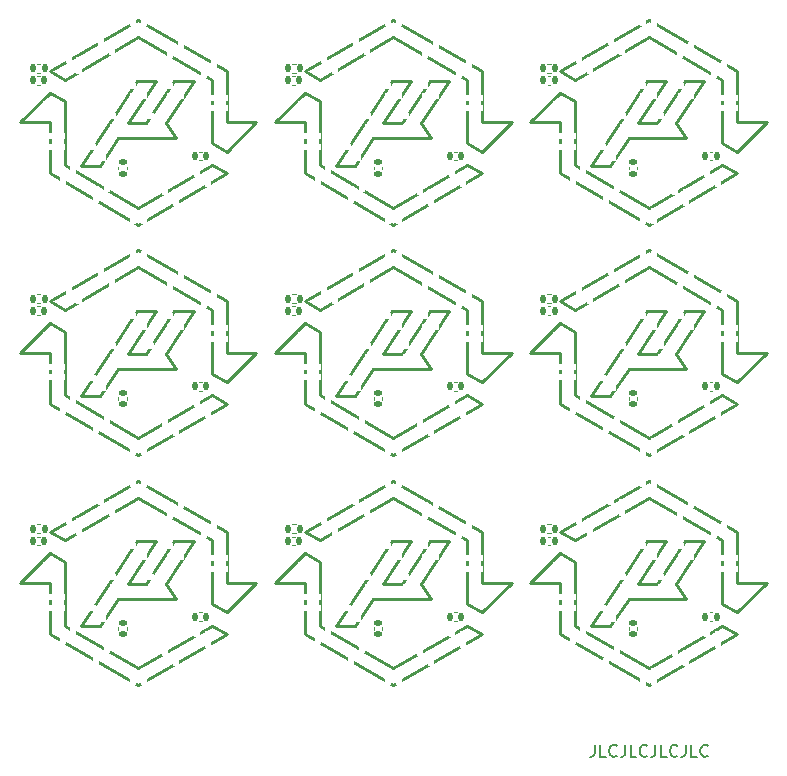
<source format=gbr>
%TF.GenerationSoftware,KiCad,Pcbnew,8.0.4*%
%TF.CreationDate,2024-10-17T13:06:50+11:00*%
%TF.ProjectId,panel,70616e65-6c2e-46b6-9963-61645f706362,rev?*%
%TF.SameCoordinates,Original*%
%TF.FileFunction,Legend,Top*%
%TF.FilePolarity,Positive*%
%FSLAX46Y46*%
G04 Gerber Fmt 4.6, Leading zero omitted, Abs format (unit mm)*
G04 Created by KiCad (PCBNEW 8.0.4) date 2024-10-17 13:06:50*
%MOMM*%
%LPD*%
G01*
G04 APERTURE LIST*
G04 Aperture macros list*
%AMRoundRect*
0 Rectangle with rounded corners*
0 $1 Rounding radius*
0 $2 $3 $4 $5 $6 $7 $8 $9 X,Y pos of 4 corners*
0 Add a 4 corners polygon primitive as box body*
4,1,4,$2,$3,$4,$5,$6,$7,$8,$9,$2,$3,0*
0 Add four circle primitives for the rounded corners*
1,1,$1+$1,$2,$3*
1,1,$1+$1,$4,$5*
1,1,$1+$1,$6,$7*
1,1,$1+$1,$8,$9*
0 Add four rect primitives between the rounded corners*
20,1,$1+$1,$2,$3,$4,$5,0*
20,1,$1+$1,$4,$5,$6,$7,0*
20,1,$1+$1,$6,$7,$8,$9,0*
20,1,$1+$1,$8,$9,$2,$3,0*%
G04 Aperture macros list end*
%ADD10C,0.250000*%
%ADD11C,0.150000*%
%ADD12C,0.120000*%
%ADD13R,0.500000X0.500000*%
%ADD14RoundRect,0.140000X-0.140000X-0.170000X0.140000X-0.170000X0.140000X0.170000X-0.140000X0.170000X0*%
%ADD15C,2.000000*%
%ADD16C,1.152000*%
%ADD17RoundRect,0.140000X0.170000X-0.140000X0.170000X0.140000X-0.170000X0.140000X-0.170000X-0.140000X0*%
%ADD18RoundRect,0.135000X0.135000X0.185000X-0.135000X0.185000X-0.135000X-0.185000X0.135000X-0.185000X0*%
G04 APERTURE END LIST*
D10*
X56140626Y-20432038D02*
X57770127Y-20432039D01*
X33150000Y-13141561D02*
X31900000Y-12419873D01*
X71000000Y-16750000D02*
X68500000Y-19250000D01*
X54750000Y-20358439D02*
X61000000Y-23966878D01*
X44133143Y-32731961D02*
X42460106Y-32731961D01*
X34540626Y-39932038D02*
X36170127Y-39932039D01*
X53500000Y-33750000D02*
X54750000Y-34471688D01*
X31900000Y-51419873D02*
X39400000Y-47089746D01*
X25300000Y-60080127D02*
X17800000Y-64410254D01*
X24050000Y-32641561D02*
X17800000Y-29033122D01*
X46900000Y-16750000D02*
X49400000Y-16750000D01*
X10300000Y-16750000D02*
X7800000Y-16750000D01*
X54750000Y-53971688D02*
X54750000Y-59358439D01*
X60140098Y-55832005D02*
X62510049Y-52231961D01*
X12940626Y-59432038D02*
X14570127Y-59432039D01*
X61000000Y-8089746D02*
X68500000Y-12419873D01*
X53500000Y-55750000D02*
X51000000Y-55750000D01*
X7800000Y-36250000D02*
X10300000Y-33750000D01*
X53500000Y-12419873D02*
X61000000Y-8089746D01*
X53500000Y-53250000D02*
X54750000Y-53971688D01*
X54750000Y-34471688D02*
X54750000Y-39858439D01*
X20163221Y-36332005D02*
X22533143Y-32731961D01*
X45650000Y-32641561D02*
X39400000Y-29033122D01*
X56140626Y-39932038D02*
X57770127Y-39932039D01*
X11550000Y-20358439D02*
X17800000Y-23966878D01*
X42460106Y-52231961D02*
X40090086Y-55832005D01*
X17800000Y-8089746D02*
X25300000Y-12419873D01*
X57770127Y-39932039D02*
X59303560Y-37602726D01*
X20163221Y-55832005D02*
X22533143Y-52231961D01*
X17800000Y-62966878D02*
X24050000Y-59358439D01*
X45650000Y-13141561D02*
X39400000Y-9533122D01*
X10300000Y-33750000D02*
X11550000Y-34471688D01*
X46900000Y-60080127D02*
X39400000Y-64410254D01*
X24050000Y-20358439D02*
X25300000Y-21080127D01*
X42460106Y-32731961D02*
X40090086Y-36332005D01*
X17800000Y-29033122D02*
X11550000Y-32641561D01*
X11550000Y-52141561D02*
X10300000Y-51419873D01*
X54750000Y-52141561D02*
X53500000Y-51419873D01*
X16940098Y-55832005D02*
X19310049Y-52231961D01*
X44133143Y-13231961D02*
X42460106Y-13231961D01*
X59303560Y-57102726D02*
X64174315Y-57102726D01*
X17800000Y-43466878D02*
X24050000Y-39858439D01*
X40910049Y-52231961D02*
X39280568Y-52231961D01*
X67250000Y-20358439D02*
X68500000Y-21080127D01*
X41763221Y-16832005D02*
X44133143Y-13231961D01*
X54750000Y-59358439D02*
X61000000Y-62966878D01*
X65733143Y-52231961D02*
X64060106Y-52231961D01*
X37703560Y-18102726D02*
X42574315Y-18102726D01*
X64174315Y-18102726D02*
X63363221Y-16832005D01*
X31900000Y-60080127D02*
X31900000Y-55750000D01*
X25300000Y-40580127D02*
X17800000Y-44910254D01*
X20974315Y-37602726D02*
X20163221Y-36332005D01*
X39400000Y-8089746D02*
X46900000Y-12419873D01*
X33150000Y-59358439D02*
X39400000Y-62966878D01*
X10300000Y-40580127D02*
X10300000Y-36250000D01*
X18490086Y-55832005D02*
X16940098Y-55832005D01*
X67250000Y-18528312D02*
X67250000Y-13141561D01*
X68500000Y-21080127D02*
X61000000Y-25410254D01*
X59303560Y-37602726D02*
X64174315Y-37602726D01*
X65733143Y-32731961D02*
X64060106Y-32731961D01*
X24050000Y-38028312D02*
X24050000Y-32641561D01*
X46900000Y-58250000D02*
X45650000Y-57528312D01*
X10300000Y-31919873D02*
X17800000Y-27589746D01*
X11550000Y-53971688D02*
X11550000Y-59358439D01*
X12940626Y-39932038D02*
X14570127Y-39932039D01*
X40090086Y-16832005D02*
X38540098Y-16832005D01*
X39280568Y-13231961D02*
X34540626Y-20432038D01*
X24050000Y-57528312D02*
X24050000Y-52141561D01*
X20860106Y-32731961D02*
X18490086Y-36332005D01*
X53500000Y-40580127D02*
X53500000Y-36250000D01*
X17800000Y-9533122D02*
X11550000Y-13141561D01*
X33150000Y-52141561D02*
X31900000Y-51419873D01*
X45650000Y-20358439D02*
X46900000Y-21080127D01*
X62510049Y-52231961D02*
X60880568Y-52231961D01*
X22533143Y-13231961D02*
X20860106Y-13231961D01*
X42574315Y-37602726D02*
X41763221Y-36332005D01*
X46900000Y-31919873D02*
X46900000Y-36250000D01*
X51000000Y-36250000D02*
X53500000Y-33750000D01*
X46900000Y-51419873D02*
X46900000Y-55750000D01*
X61000000Y-9533122D02*
X54750000Y-13141561D01*
X11550000Y-14971688D02*
X11550000Y-20358439D01*
X39280568Y-52231961D02*
X34540626Y-59432038D01*
X36170127Y-20432039D02*
X37703560Y-18102726D01*
X61000000Y-27589746D02*
X68500000Y-31919873D01*
X49400000Y-16750000D02*
X46900000Y-19250000D01*
X68500000Y-36250000D02*
X71000000Y-36250000D01*
X53500000Y-14250000D02*
X54750000Y-14971688D01*
X38540098Y-36332005D02*
X40910049Y-32731961D01*
X10300000Y-14250000D02*
X11550000Y-14971688D01*
X57770127Y-59432039D02*
X59303560Y-57102726D01*
X25300000Y-19250000D02*
X24050000Y-18528312D01*
X25300000Y-55750000D02*
X27800000Y-55750000D01*
X68500000Y-12419873D02*
X68500000Y-16750000D01*
X31900000Y-40580127D02*
X31900000Y-36250000D01*
X16103560Y-37602726D02*
X20974315Y-37602726D01*
X29400000Y-55750000D02*
X31900000Y-53250000D01*
X45650000Y-57528312D02*
X45650000Y-52141561D01*
X60880568Y-32731961D02*
X56140626Y-39932038D01*
X10300000Y-55750000D02*
X7800000Y-55750000D01*
X39400000Y-47089746D02*
X46900000Y-51419873D01*
X7800000Y-55750000D02*
X10300000Y-53250000D01*
X54750000Y-39858439D02*
X61000000Y-43466878D01*
X25300000Y-12419873D02*
X25300000Y-16750000D01*
X46900000Y-40580127D02*
X39400000Y-44910254D01*
X54750000Y-14971688D02*
X54750000Y-20358439D01*
X46900000Y-38750000D02*
X45650000Y-38028312D01*
X68500000Y-16750000D02*
X71000000Y-16750000D01*
X53500000Y-36250000D02*
X51000000Y-36250000D01*
X63363221Y-16832005D02*
X65733143Y-13231961D01*
X41763221Y-55832005D02*
X44133143Y-52231961D01*
X60880568Y-52231961D02*
X56140626Y-59432038D01*
X53500000Y-16750000D02*
X51000000Y-16750000D01*
X33150000Y-34471688D02*
X33150000Y-39858439D01*
X10300000Y-60080127D02*
X10300000Y-55750000D01*
X25300000Y-58250000D02*
X24050000Y-57528312D01*
X67250000Y-13141561D02*
X61000000Y-9533122D01*
X17680568Y-13231961D02*
X12940626Y-20432038D01*
X36170127Y-59432039D02*
X37703560Y-57102726D01*
X40910049Y-32731961D02*
X39280568Y-32731961D01*
X7800000Y-16750000D02*
X10300000Y-14250000D01*
X39400000Y-27589746D02*
X46900000Y-31919873D01*
X24050000Y-39858439D02*
X25300000Y-40580127D01*
X68500000Y-40580127D02*
X61000000Y-44910254D01*
X17800000Y-25410254D02*
X10300000Y-21080127D01*
X29400000Y-36250000D02*
X31900000Y-33750000D01*
X46900000Y-19250000D02*
X45650000Y-18528312D01*
X46900000Y-55750000D02*
X49400000Y-55750000D01*
X49400000Y-36250000D02*
X46900000Y-38750000D01*
X39400000Y-44910254D02*
X31900000Y-40580127D01*
X14570127Y-39932039D02*
X16103560Y-37602726D01*
X54750000Y-13141561D02*
X53500000Y-12419873D01*
X61000000Y-25410254D02*
X53500000Y-21080127D01*
X37703560Y-37602726D02*
X42574315Y-37602726D01*
X53500000Y-60080127D02*
X53500000Y-55750000D01*
X25300000Y-36250000D02*
X27800000Y-36250000D01*
X64174315Y-37602726D02*
X63363221Y-36332005D01*
X17800000Y-47089746D02*
X25300000Y-51419873D01*
X42460106Y-13231961D02*
X40090086Y-16832005D01*
X40090086Y-55832005D02*
X38540098Y-55832005D01*
X34540626Y-59432038D02*
X36170127Y-59432039D01*
X39400000Y-29033122D02*
X33150000Y-32641561D01*
X11550000Y-59358439D02*
X17800000Y-62966878D01*
X24050000Y-18528312D02*
X24050000Y-13141561D01*
X27800000Y-16750000D02*
X25300000Y-19250000D01*
X42574315Y-18102726D02*
X41763221Y-16832005D01*
X39400000Y-43466878D02*
X45650000Y-39858439D01*
X63363221Y-55832005D02*
X65733143Y-52231961D01*
X11550000Y-13141561D02*
X10300000Y-12419873D01*
X39400000Y-9533122D02*
X33150000Y-13141561D01*
X17680568Y-32731961D02*
X12940626Y-39932038D01*
X31900000Y-21080127D02*
X31900000Y-16750000D01*
X20860106Y-52231961D02*
X18490086Y-55832005D01*
X41763221Y-36332005D02*
X44133143Y-32731961D01*
X64060106Y-32731961D02*
X61690086Y-36332005D01*
X17800000Y-44910254D02*
X10300000Y-40580127D01*
X68500000Y-38750000D02*
X67250000Y-38028312D01*
X20163221Y-16832005D02*
X22533143Y-13231961D01*
X19310049Y-32731961D02*
X17680568Y-32731961D01*
X46900000Y-12419873D02*
X46900000Y-16750000D01*
X20974315Y-18102726D02*
X20163221Y-16832005D01*
X67250000Y-57528312D02*
X67250000Y-52141561D01*
X36170127Y-39932039D02*
X37703560Y-37602726D01*
X33150000Y-53971688D02*
X33150000Y-59358439D01*
X22533143Y-52231961D02*
X20860106Y-52231961D01*
X42574315Y-57102726D02*
X41763221Y-55832005D01*
X61000000Y-23966878D02*
X67250000Y-20358439D01*
X14570127Y-20432039D02*
X16103560Y-18102726D01*
X65733143Y-13231961D02*
X64060106Y-13231961D01*
X37703560Y-57102726D02*
X42574315Y-57102726D01*
X61690086Y-36332005D02*
X60140098Y-36332005D01*
X16103560Y-18102726D02*
X20974315Y-18102726D01*
X39400000Y-48533122D02*
X33150000Y-52141561D01*
X20974315Y-57102726D02*
X20163221Y-55832005D01*
X63363221Y-36332005D02*
X65733143Y-32731961D01*
X24050000Y-13141561D02*
X17800000Y-9533122D01*
X17800000Y-64410254D02*
X10300000Y-60080127D01*
X45650000Y-59358439D02*
X46900000Y-60080127D01*
X45650000Y-18528312D02*
X45650000Y-13141561D01*
X67250000Y-39858439D02*
X68500000Y-40580127D01*
X25300000Y-31919873D02*
X25300000Y-36250000D01*
X27800000Y-36250000D02*
X25300000Y-38750000D01*
X61690086Y-55832005D02*
X60140098Y-55832005D01*
X33150000Y-39858439D02*
X39400000Y-43466878D01*
X46900000Y-36250000D02*
X49400000Y-36250000D01*
X45650000Y-52141561D02*
X39400000Y-48533122D01*
X19310049Y-13231961D02*
X17680568Y-13231961D01*
X39400000Y-62966878D02*
X45650000Y-59358439D01*
X11550000Y-32641561D02*
X10300000Y-31919873D01*
X24050000Y-52141561D02*
X17800000Y-48533122D01*
X62510049Y-32731961D02*
X60880568Y-32731961D01*
X49400000Y-55750000D02*
X46900000Y-58250000D01*
X31900000Y-16750000D02*
X29400000Y-16750000D01*
X31900000Y-14250000D02*
X33150000Y-14971688D01*
X61000000Y-62966878D02*
X67250000Y-59358439D01*
X64060106Y-52231961D02*
X61690086Y-55832005D01*
X11550000Y-34471688D02*
X11550000Y-39858439D01*
X39280568Y-32731961D02*
X34540626Y-39932038D01*
X71000000Y-55750000D02*
X68500000Y-58250000D01*
X64174315Y-57102726D02*
X63363221Y-55832005D01*
X33150000Y-32641561D02*
X31900000Y-31919873D01*
X53500000Y-31919873D02*
X61000000Y-27589746D01*
X39400000Y-25410254D02*
X31900000Y-21080127D01*
X61000000Y-47089746D02*
X68500000Y-51419873D01*
X51000000Y-16750000D02*
X53500000Y-14250000D01*
X11550000Y-39858439D02*
X17800000Y-43466878D01*
X64060106Y-13231961D02*
X61690086Y-16832005D01*
X71000000Y-36250000D02*
X68500000Y-38750000D01*
X31900000Y-33750000D02*
X33150000Y-34471688D01*
X59303560Y-18102726D02*
X64174315Y-18102726D01*
X19310049Y-52231961D02*
X17680568Y-52231961D01*
X40090086Y-36332005D02*
X38540098Y-36332005D01*
X12940626Y-20432038D02*
X14570127Y-20432039D01*
X18490086Y-16832005D02*
X16940098Y-16832005D01*
X56140626Y-59432038D02*
X57770127Y-59432039D01*
X61690086Y-16832005D02*
X60140098Y-16832005D01*
X25300000Y-38750000D02*
X24050000Y-38028312D01*
X40910049Y-13231961D02*
X39280568Y-13231961D01*
X67250000Y-59358439D02*
X68500000Y-60080127D01*
X16940098Y-16832005D02*
X19310049Y-13231961D01*
X68500000Y-60080127D02*
X61000000Y-64410254D01*
X38540098Y-55832005D02*
X40910049Y-52231961D01*
X45650000Y-38028312D02*
X45650000Y-32641561D01*
X53500000Y-51419873D02*
X61000000Y-47089746D01*
X31900000Y-53250000D02*
X33150000Y-53971688D01*
X10300000Y-21080127D02*
X10300000Y-16750000D01*
X61000000Y-44910254D02*
X53500000Y-40580127D01*
X54750000Y-32641561D02*
X53500000Y-31919873D01*
X67250000Y-52141561D02*
X61000000Y-48533122D01*
X16940098Y-36332005D02*
X19310049Y-32731961D01*
X53500000Y-21080127D02*
X53500000Y-16750000D01*
X33150000Y-20358439D02*
X39400000Y-23966878D01*
X25300000Y-21080127D02*
X17800000Y-25410254D01*
X39400000Y-64410254D02*
X31900000Y-60080127D01*
X61000000Y-29033122D02*
X54750000Y-32641561D01*
X68500000Y-51419873D02*
X68500000Y-55750000D01*
X29400000Y-16750000D02*
X31900000Y-14250000D01*
X61000000Y-43466878D02*
X67250000Y-39858439D01*
X51000000Y-55750000D02*
X53500000Y-53250000D01*
X31900000Y-36250000D02*
X29400000Y-36250000D01*
X10300000Y-53250000D02*
X11550000Y-53971688D01*
X14570127Y-59432039D02*
X16103560Y-57102726D01*
X10300000Y-12419873D02*
X17800000Y-8089746D01*
X38540098Y-16832005D02*
X40910049Y-13231961D01*
X25300000Y-16750000D02*
X27800000Y-16750000D01*
X67250000Y-32641561D02*
X61000000Y-29033122D01*
X17800000Y-27589746D02*
X25300000Y-31919873D01*
X18490086Y-36332005D02*
X16940098Y-36332005D01*
X33150000Y-14971688D02*
X33150000Y-20358439D01*
X17800000Y-23966878D02*
X24050000Y-20358439D01*
X31900000Y-12419873D02*
X39400000Y-8089746D01*
X61000000Y-48533122D02*
X54750000Y-52141561D01*
X46900000Y-21080127D02*
X39400000Y-25410254D01*
X22533143Y-32731961D02*
X20860106Y-32731961D01*
X68500000Y-19250000D02*
X67250000Y-18528312D01*
X34540626Y-20432038D02*
X36170127Y-20432039D01*
X27800000Y-55750000D02*
X25300000Y-58250000D01*
X68500000Y-55750000D02*
X71000000Y-55750000D01*
X24050000Y-59358439D02*
X25300000Y-60080127D01*
X60140098Y-16832005D02*
X62510049Y-13231961D01*
X31900000Y-31919873D02*
X39400000Y-27589746D01*
X10300000Y-36250000D02*
X7800000Y-36250000D01*
X16103560Y-57102726D02*
X20974315Y-57102726D01*
X17680568Y-52231961D02*
X12940626Y-59432038D01*
X17800000Y-48533122D02*
X11550000Y-52141561D01*
X57770127Y-20432039D02*
X59303560Y-18102726D01*
X62510049Y-13231961D02*
X60880568Y-13231961D01*
X31900000Y-55750000D02*
X29400000Y-55750000D01*
X60880568Y-13231961D02*
X56140626Y-20432038D01*
X68500000Y-31919873D02*
X68500000Y-36250000D01*
X25300000Y-51419873D02*
X25300000Y-55750000D01*
X67250000Y-38028312D02*
X67250000Y-32641561D01*
X20860106Y-13231961D02*
X18490086Y-16832005D01*
X61000000Y-64410254D02*
X53500000Y-60080127D01*
X68500000Y-58250000D02*
X67250000Y-57528312D01*
X60140098Y-36332005D02*
X62510049Y-32731961D01*
X10300000Y-51419873D02*
X17800000Y-47089746D01*
X45650000Y-39858439D02*
X46900000Y-40580127D01*
X39400000Y-23966878D02*
X45650000Y-20358439D01*
X44133143Y-52231961D02*
X42460106Y-52231961D01*
D11*
X56439409Y-69454819D02*
X56439409Y-70169104D01*
X56439409Y-70169104D02*
X56391790Y-70311961D01*
X56391790Y-70311961D02*
X56296552Y-70407200D01*
X56296552Y-70407200D02*
X56153695Y-70454819D01*
X56153695Y-70454819D02*
X56058457Y-70454819D01*
X57391790Y-70454819D02*
X56915600Y-70454819D01*
X56915600Y-70454819D02*
X56915600Y-69454819D01*
X58296552Y-70359580D02*
X58248933Y-70407200D01*
X58248933Y-70407200D02*
X58106076Y-70454819D01*
X58106076Y-70454819D02*
X58010838Y-70454819D01*
X58010838Y-70454819D02*
X57867981Y-70407200D01*
X57867981Y-70407200D02*
X57772743Y-70311961D01*
X57772743Y-70311961D02*
X57725124Y-70216723D01*
X57725124Y-70216723D02*
X57677505Y-70026247D01*
X57677505Y-70026247D02*
X57677505Y-69883390D01*
X57677505Y-69883390D02*
X57725124Y-69692914D01*
X57725124Y-69692914D02*
X57772743Y-69597676D01*
X57772743Y-69597676D02*
X57867981Y-69502438D01*
X57867981Y-69502438D02*
X58010838Y-69454819D01*
X58010838Y-69454819D02*
X58106076Y-69454819D01*
X58106076Y-69454819D02*
X58248933Y-69502438D01*
X58248933Y-69502438D02*
X58296552Y-69550057D01*
X59010838Y-69454819D02*
X59010838Y-70169104D01*
X59010838Y-70169104D02*
X58963219Y-70311961D01*
X58963219Y-70311961D02*
X58867981Y-70407200D01*
X58867981Y-70407200D02*
X58725124Y-70454819D01*
X58725124Y-70454819D02*
X58629886Y-70454819D01*
X59963219Y-70454819D02*
X59487029Y-70454819D01*
X59487029Y-70454819D02*
X59487029Y-69454819D01*
X60867981Y-70359580D02*
X60820362Y-70407200D01*
X60820362Y-70407200D02*
X60677505Y-70454819D01*
X60677505Y-70454819D02*
X60582267Y-70454819D01*
X60582267Y-70454819D02*
X60439410Y-70407200D01*
X60439410Y-70407200D02*
X60344172Y-70311961D01*
X60344172Y-70311961D02*
X60296553Y-70216723D01*
X60296553Y-70216723D02*
X60248934Y-70026247D01*
X60248934Y-70026247D02*
X60248934Y-69883390D01*
X60248934Y-69883390D02*
X60296553Y-69692914D01*
X60296553Y-69692914D02*
X60344172Y-69597676D01*
X60344172Y-69597676D02*
X60439410Y-69502438D01*
X60439410Y-69502438D02*
X60582267Y-69454819D01*
X60582267Y-69454819D02*
X60677505Y-69454819D01*
X60677505Y-69454819D02*
X60820362Y-69502438D01*
X60820362Y-69502438D02*
X60867981Y-69550057D01*
X61582267Y-69454819D02*
X61582267Y-70169104D01*
X61582267Y-70169104D02*
X61534648Y-70311961D01*
X61534648Y-70311961D02*
X61439410Y-70407200D01*
X61439410Y-70407200D02*
X61296553Y-70454819D01*
X61296553Y-70454819D02*
X61201315Y-70454819D01*
X62534648Y-70454819D02*
X62058458Y-70454819D01*
X62058458Y-70454819D02*
X62058458Y-69454819D01*
X63439410Y-70359580D02*
X63391791Y-70407200D01*
X63391791Y-70407200D02*
X63248934Y-70454819D01*
X63248934Y-70454819D02*
X63153696Y-70454819D01*
X63153696Y-70454819D02*
X63010839Y-70407200D01*
X63010839Y-70407200D02*
X62915601Y-70311961D01*
X62915601Y-70311961D02*
X62867982Y-70216723D01*
X62867982Y-70216723D02*
X62820363Y-70026247D01*
X62820363Y-70026247D02*
X62820363Y-69883390D01*
X62820363Y-69883390D02*
X62867982Y-69692914D01*
X62867982Y-69692914D02*
X62915601Y-69597676D01*
X62915601Y-69597676D02*
X63010839Y-69502438D01*
X63010839Y-69502438D02*
X63153696Y-69454819D01*
X63153696Y-69454819D02*
X63248934Y-69454819D01*
X63248934Y-69454819D02*
X63391791Y-69502438D01*
X63391791Y-69502438D02*
X63439410Y-69550057D01*
X64153696Y-69454819D02*
X64153696Y-70169104D01*
X64153696Y-70169104D02*
X64106077Y-70311961D01*
X64106077Y-70311961D02*
X64010839Y-70407200D01*
X64010839Y-70407200D02*
X63867982Y-70454819D01*
X63867982Y-70454819D02*
X63772744Y-70454819D01*
X65106077Y-70454819D02*
X64629887Y-70454819D01*
X64629887Y-70454819D02*
X64629887Y-69454819D01*
X66010839Y-70359580D02*
X65963220Y-70407200D01*
X65963220Y-70407200D02*
X65820363Y-70454819D01*
X65820363Y-70454819D02*
X65725125Y-70454819D01*
X65725125Y-70454819D02*
X65582268Y-70407200D01*
X65582268Y-70407200D02*
X65487030Y-70311961D01*
X65487030Y-70311961D02*
X65439411Y-70216723D01*
X65439411Y-70216723D02*
X65391792Y-70026247D01*
X65391792Y-70026247D02*
X65391792Y-69883390D01*
X65391792Y-69883390D02*
X65439411Y-69692914D01*
X65439411Y-69692914D02*
X65487030Y-69597676D01*
X65487030Y-69597676D02*
X65582268Y-69502438D01*
X65582268Y-69502438D02*
X65725125Y-69454819D01*
X65725125Y-69454819D02*
X65820363Y-69454819D01*
X65820363Y-69454819D02*
X65963220Y-69502438D01*
X65963220Y-69502438D02*
X66010839Y-69550057D01*
D12*
%TO.C,C2*%
X22968164Y-58242000D02*
X23183836Y-58242000D01*
X22968164Y-58962000D02*
X23183836Y-58962000D01*
%TO.C,C1*%
X9252164Y-12834000D02*
X9467836Y-12834000D01*
X9252164Y-13554000D02*
X9467836Y-13554000D01*
X30852164Y-51834000D02*
X31067836Y-51834000D01*
X30852164Y-52554000D02*
X31067836Y-52554000D01*
%TO.C,C3*%
X59312000Y-59725836D02*
X59312000Y-59510164D01*
X60032000Y-59725836D02*
X60032000Y-59510164D01*
%TO.C,C1*%
X52452164Y-12834000D02*
X52667836Y-12834000D01*
X52452164Y-13554000D02*
X52667836Y-13554000D01*
%TO.C,R1*%
X52713641Y-11798000D02*
X52406359Y-11798000D01*
X52713641Y-12558000D02*
X52406359Y-12558000D01*
X9513641Y-50798000D02*
X9206359Y-50798000D01*
X9513641Y-51558000D02*
X9206359Y-51558000D01*
X9513641Y-11798000D02*
X9206359Y-11798000D01*
X9513641Y-12558000D02*
X9206359Y-12558000D01*
%TO.C,C3*%
X16112000Y-20725836D02*
X16112000Y-20510164D01*
X16832000Y-20725836D02*
X16832000Y-20510164D01*
%TO.C,R1*%
X31113641Y-50798000D02*
X30806359Y-50798000D01*
X31113641Y-51558000D02*
X30806359Y-51558000D01*
%TO.C,C2*%
X44568164Y-38742000D02*
X44783836Y-38742000D01*
X44568164Y-39462000D02*
X44783836Y-39462000D01*
%TO.C,R1*%
X52713641Y-31298000D02*
X52406359Y-31298000D01*
X52713641Y-32058000D02*
X52406359Y-32058000D01*
%TO.C,C1*%
X30852164Y-12834000D02*
X31067836Y-12834000D01*
X30852164Y-13554000D02*
X31067836Y-13554000D01*
%TO.C,C3*%
X37712000Y-40225836D02*
X37712000Y-40010164D01*
X38432000Y-40225836D02*
X38432000Y-40010164D01*
X16112000Y-59725836D02*
X16112000Y-59510164D01*
X16832000Y-59725836D02*
X16832000Y-59510164D01*
X37712000Y-20725836D02*
X37712000Y-20510164D01*
X38432000Y-20725836D02*
X38432000Y-20510164D01*
%TO.C,C1*%
X30852164Y-32334000D02*
X31067836Y-32334000D01*
X30852164Y-33054000D02*
X31067836Y-33054000D01*
%TO.C,R1*%
X52713641Y-50798000D02*
X52406359Y-50798000D01*
X52713641Y-51558000D02*
X52406359Y-51558000D01*
%TO.C,C1*%
X9252164Y-32334000D02*
X9467836Y-32334000D01*
X9252164Y-33054000D02*
X9467836Y-33054000D01*
X52452164Y-51834000D02*
X52667836Y-51834000D01*
X52452164Y-52554000D02*
X52667836Y-52554000D01*
%TO.C,C3*%
X59312000Y-40225836D02*
X59312000Y-40010164D01*
X60032000Y-40225836D02*
X60032000Y-40010164D01*
%TO.C,C1*%
X52452164Y-32334000D02*
X52667836Y-32334000D01*
X52452164Y-33054000D02*
X52667836Y-33054000D01*
%TO.C,R1*%
X31113641Y-11798000D02*
X30806359Y-11798000D01*
X31113641Y-12558000D02*
X30806359Y-12558000D01*
%TO.C,C3*%
X16112000Y-40225836D02*
X16112000Y-40010164D01*
X16832000Y-40225836D02*
X16832000Y-40010164D01*
%TO.C,R1*%
X31113641Y-31298000D02*
X30806359Y-31298000D01*
X31113641Y-32058000D02*
X30806359Y-32058000D01*
%TO.C,C3*%
X37712000Y-59725836D02*
X37712000Y-59510164D01*
X38432000Y-59725836D02*
X38432000Y-59510164D01*
%TO.C,C1*%
X9252164Y-51834000D02*
X9467836Y-51834000D01*
X9252164Y-52554000D02*
X9467836Y-52554000D01*
%TO.C,C2*%
X22968164Y-19242000D02*
X23183836Y-19242000D01*
X22968164Y-19962000D02*
X23183836Y-19962000D01*
X44568164Y-58242000D02*
X44783836Y-58242000D01*
X44568164Y-58962000D02*
X44783836Y-58962000D01*
%TO.C,C3*%
X59312000Y-20725836D02*
X59312000Y-20510164D01*
X60032000Y-20725836D02*
X60032000Y-20510164D01*
%TO.C,R1*%
X9513641Y-31298000D02*
X9206359Y-31298000D01*
X9513641Y-32058000D02*
X9206359Y-32058000D01*
%TO.C,C2*%
X22968164Y-38742000D02*
X23183836Y-38742000D01*
X22968164Y-39462000D02*
X23183836Y-39462000D01*
X66168164Y-19242000D02*
X66383836Y-19242000D01*
X66168164Y-19962000D02*
X66383836Y-19962000D01*
X66168164Y-38742000D02*
X66383836Y-38742000D01*
X66168164Y-39462000D02*
X66383836Y-39462000D01*
X44568164Y-19242000D02*
X44783836Y-19242000D01*
X44568164Y-19962000D02*
X44783836Y-19962000D01*
X66168164Y-58242000D02*
X66383836Y-58242000D01*
X66168164Y-58962000D02*
X66383836Y-58962000D01*
%TD*%
%LPC*%
D13*
%TO.C,D11*%
X58325000Y-42834347D03*
X58325000Y-41934347D03*
X57425000Y-41934347D03*
X57425000Y-42834347D03*
%TD*%
%TO.C,D2*%
X14631250Y-29431105D03*
X14631250Y-30331105D03*
X15531250Y-30331105D03*
X15531250Y-29431105D03*
%TD*%
%TO.C,D14*%
X32443750Y-16130422D03*
X32443750Y-15230422D03*
X31543750Y-15230422D03*
X31543750Y-16130422D03*
%TD*%
D14*
%TO.C,C2*%
X22596000Y-58602000D03*
X23556000Y-58602000D03*
%TD*%
D15*
%TO.C,KiKit_FID_T_3*%
X9500000Y-70000000D03*
%TD*%
D13*
%TO.C,D10*%
X18250000Y-25138566D03*
X18250000Y-24238566D03*
X17350000Y-24238566D03*
X17350000Y-25138566D03*
%TD*%
%TO.C,D3*%
X17350000Y-27861434D03*
X17350000Y-28761434D03*
X18250000Y-28761434D03*
X18250000Y-27861434D03*
%TD*%
%TO.C,D8*%
X23687500Y-21999224D03*
X23687500Y-21099224D03*
X22787500Y-21099224D03*
X22787500Y-21999224D03*
%TD*%
%TO.C,D17*%
X62076664Y-17118005D03*
X62976664Y-17118005D03*
X62976664Y-16218005D03*
X62076664Y-16218005D03*
%TD*%
D14*
%TO.C,C1*%
X8880000Y-13194000D03*
X9840000Y-13194000D03*
%TD*%
D13*
%TO.C,D3*%
X38950000Y-47361434D03*
X38950000Y-48261434D03*
X39850000Y-48261434D03*
X39850000Y-47361434D03*
%TD*%
%TO.C,D12*%
X55481250Y-41192507D03*
X55481250Y-40292507D03*
X54581250Y-40292507D03*
X54581250Y-41192507D03*
%TD*%
%TO.C,D13*%
X32975000Y-57830274D03*
X32975000Y-56930274D03*
X32075000Y-56930274D03*
X32075000Y-57830274D03*
%TD*%
%TO.C,D9*%
X42568750Y-62568895D03*
X42568750Y-61668895D03*
X41668750Y-61668895D03*
X41668750Y-62568895D03*
%TD*%
%TO.C,D4*%
X63675000Y-49165653D03*
X63675000Y-50065653D03*
X64575000Y-50065653D03*
X64575000Y-49165653D03*
%TD*%
%TO.C,D16*%
X37275357Y-36618005D03*
X38175357Y-36618005D03*
X38175357Y-35718005D03*
X37275357Y-35718005D03*
%TD*%
D16*
%TO.C,KiKit_TO_2*%
X76300000Y-2500000D03*
%TD*%
%TO.C,KiKit_TO_3*%
X2500000Y-70000000D03*
%TD*%
D13*
%TO.C,D2*%
X57831250Y-29431105D03*
X57831250Y-30331105D03*
X58731250Y-30331105D03*
X58731250Y-29431105D03*
%TD*%
%TO.C,D16*%
X37275357Y-56118005D03*
X38175357Y-56118005D03*
X38175357Y-55218005D03*
X37275357Y-55218005D03*
%TD*%
D14*
%TO.C,C1*%
X30480000Y-52194000D03*
X31440000Y-52194000D03*
%TD*%
D13*
%TO.C,D1*%
X11912500Y-11500776D03*
X11912500Y-12400776D03*
X12812500Y-12400776D03*
X12812500Y-11500776D03*
%TD*%
%TO.C,D6*%
X45825000Y-53669726D03*
X45825000Y-54569726D03*
X46725000Y-54569726D03*
X46725000Y-53669726D03*
%TD*%
%TO.C,D16*%
X15675357Y-36618005D03*
X16575357Y-36618005D03*
X16575357Y-35718005D03*
X15675357Y-35718005D03*
%TD*%
%TO.C,D17*%
X18876664Y-36618005D03*
X19776664Y-36618005D03*
X19776664Y-35718005D03*
X18876664Y-35718005D03*
%TD*%
%TO.C,D15*%
X35527837Y-18872522D03*
X35527837Y-19772522D03*
X36427837Y-19772522D03*
X36427837Y-18872522D03*
%TD*%
%TO.C,D10*%
X61450000Y-25138566D03*
X61450000Y-24238566D03*
X60550000Y-24238566D03*
X60550000Y-25138566D03*
%TD*%
%TO.C,D5*%
X66518750Y-50807493D03*
X66518750Y-51707493D03*
X67418750Y-51707493D03*
X67418750Y-50807493D03*
%TD*%
%TO.C,D19*%
X63711190Y-33151132D03*
X63711190Y-34051132D03*
X64611190Y-34051132D03*
X64611190Y-33151132D03*
%TD*%
%TO.C,D4*%
X42075000Y-49165653D03*
X42075000Y-50065653D03*
X42975000Y-50065653D03*
X42975000Y-49165653D03*
%TD*%
%TO.C,D19*%
X63711190Y-52651132D03*
X63711190Y-53551132D03*
X64611190Y-53551132D03*
X64611190Y-52651132D03*
%TD*%
%TO.C,D18*%
X38965165Y-34051132D03*
X39865165Y-34051132D03*
X39865165Y-33151132D03*
X38965165Y-33151132D03*
%TD*%
%TO.C,D4*%
X20475000Y-10165653D03*
X20475000Y-11065653D03*
X21375000Y-11065653D03*
X21375000Y-10165653D03*
%TD*%
%TO.C,D17*%
X18876664Y-17118005D03*
X19776664Y-17118005D03*
X19776664Y-16218005D03*
X18876664Y-16218005D03*
%TD*%
%TO.C,D17*%
X62076664Y-36618005D03*
X62976664Y-36618005D03*
X62976664Y-35718005D03*
X62076664Y-35718005D03*
%TD*%
%TO.C,D16*%
X37275357Y-17118005D03*
X38175357Y-17118005D03*
X38175357Y-16218005D03*
X37275357Y-16218005D03*
%TD*%
%TO.C,D5*%
X23318750Y-11807493D03*
X23318750Y-12707493D03*
X24218750Y-12707493D03*
X24218750Y-11807493D03*
%TD*%
%TO.C,D1*%
X33512500Y-31000776D03*
X33512500Y-31900776D03*
X34412500Y-31900776D03*
X34412500Y-31000776D03*
%TD*%
%TO.C,D5*%
X44918750Y-50807493D03*
X44918750Y-51707493D03*
X45818750Y-51707493D03*
X45818750Y-50807493D03*
%TD*%
D17*
%TO.C,C3*%
X59672000Y-60098000D03*
X59672000Y-59138000D03*
%TD*%
D13*
%TO.C,D14*%
X10843750Y-55130422D03*
X10843750Y-54230422D03*
X9943750Y-54230422D03*
X9943750Y-55130422D03*
%TD*%
%TO.C,D9*%
X20968750Y-43068895D03*
X20968750Y-42168895D03*
X20068750Y-42168895D03*
X20068750Y-43068895D03*
%TD*%
%TO.C,D14*%
X10843750Y-35630422D03*
X10843750Y-34730422D03*
X9943750Y-34730422D03*
X9943750Y-35630422D03*
%TD*%
D14*
%TO.C,C1*%
X52080000Y-13194000D03*
X53040000Y-13194000D03*
%TD*%
D13*
%TO.C,D18*%
X60565165Y-53551132D03*
X61465165Y-53551132D03*
X61465165Y-52651132D03*
X60565165Y-52651132D03*
%TD*%
%TO.C,D2*%
X36231250Y-48931105D03*
X36231250Y-49831105D03*
X37131250Y-49831105D03*
X37131250Y-48931105D03*
%TD*%
D18*
%TO.C,R1*%
X53070000Y-12178000D03*
X52050000Y-12178000D03*
%TD*%
D13*
%TO.C,D18*%
X60565165Y-14551132D03*
X61465165Y-14551132D03*
X61465165Y-13651132D03*
X60565165Y-13651132D03*
%TD*%
%TO.C,D11*%
X58325000Y-62334347D03*
X58325000Y-61434347D03*
X57425000Y-61434347D03*
X57425000Y-62334347D03*
%TD*%
%TO.C,D15*%
X13927837Y-18872522D03*
X13927837Y-19772522D03*
X14827837Y-19772522D03*
X14827837Y-18872522D03*
%TD*%
%TO.C,D16*%
X58875357Y-36618005D03*
X59775357Y-36618005D03*
X59775357Y-35718005D03*
X58875357Y-35718005D03*
%TD*%
D18*
%TO.C,R1*%
X9870000Y-51178000D03*
X8850000Y-51178000D03*
%TD*%
D13*
%TO.C,D5*%
X66518750Y-11807493D03*
X66518750Y-12707493D03*
X67418750Y-12707493D03*
X67418750Y-11807493D03*
%TD*%
%TO.C,D15*%
X35527837Y-57872522D03*
X35527837Y-58772522D03*
X36427837Y-58772522D03*
X36427837Y-57872522D03*
%TD*%
%TO.C,D13*%
X32975000Y-38330274D03*
X32975000Y-37430274D03*
X32075000Y-37430274D03*
X32075000Y-38330274D03*
%TD*%
%TO.C,D16*%
X58875357Y-17118005D03*
X59775357Y-17118005D03*
X59775357Y-16218005D03*
X58875357Y-16218005D03*
%TD*%
D18*
%TO.C,R1*%
X9870000Y-12178000D03*
X8850000Y-12178000D03*
%TD*%
D13*
%TO.C,D19*%
X63711190Y-13651132D03*
X63711190Y-14551132D03*
X64611190Y-14551132D03*
X64611190Y-13651132D03*
%TD*%
%TO.C,D8*%
X45287500Y-21999224D03*
X45287500Y-21099224D03*
X44387500Y-21099224D03*
X44387500Y-21999224D03*
%TD*%
D17*
%TO.C,C3*%
X16472000Y-21098000D03*
X16472000Y-20138000D03*
%TD*%
D18*
%TO.C,R1*%
X31470000Y-51178000D03*
X30450000Y-51178000D03*
%TD*%
D14*
%TO.C,C2*%
X44196000Y-39102000D03*
X45156000Y-39102000D03*
%TD*%
D13*
%TO.C,D17*%
X62076664Y-56118005D03*
X62976664Y-56118005D03*
X62976664Y-55218005D03*
X62076664Y-55218005D03*
%TD*%
%TO.C,D18*%
X17365165Y-34051132D03*
X18265165Y-34051132D03*
X18265165Y-33151132D03*
X17365165Y-33151132D03*
%TD*%
%TO.C,D11*%
X15125000Y-23334347D03*
X15125000Y-22434347D03*
X14225000Y-22434347D03*
X14225000Y-23334347D03*
%TD*%
%TO.C,D2*%
X36231250Y-29431105D03*
X36231250Y-30331105D03*
X37131250Y-30331105D03*
X37131250Y-29431105D03*
%TD*%
%TO.C,D12*%
X55481250Y-21692507D03*
X55481250Y-20792507D03*
X54581250Y-20792507D03*
X54581250Y-21692507D03*
%TD*%
%TO.C,D6*%
X24225000Y-34169726D03*
X24225000Y-35069726D03*
X25125000Y-35069726D03*
X25125000Y-34169726D03*
%TD*%
%TO.C,D9*%
X64168750Y-43068895D03*
X64168750Y-42168895D03*
X63268750Y-42168895D03*
X63268750Y-43068895D03*
%TD*%
%TO.C,D10*%
X18250000Y-44638566D03*
X18250000Y-43738566D03*
X17350000Y-43738566D03*
X17350000Y-44638566D03*
%TD*%
%TO.C,D13*%
X11375000Y-57830274D03*
X11375000Y-56930274D03*
X10475000Y-56930274D03*
X10475000Y-57830274D03*
%TD*%
%TO.C,D15*%
X57127837Y-38372522D03*
X57127837Y-39272522D03*
X58027837Y-39272522D03*
X58027837Y-38372522D03*
%TD*%
%TO.C,D3*%
X60550000Y-47361434D03*
X60550000Y-48261434D03*
X61450000Y-48261434D03*
X61450000Y-47361434D03*
%TD*%
%TO.C,D6*%
X45825000Y-34169726D03*
X45825000Y-35069726D03*
X46725000Y-35069726D03*
X46725000Y-34169726D03*
%TD*%
%TO.C,D10*%
X61450000Y-64138566D03*
X61450000Y-63238566D03*
X60550000Y-63238566D03*
X60550000Y-64138566D03*
%TD*%
%TO.C,D4*%
X63675000Y-10165653D03*
X63675000Y-11065653D03*
X64575000Y-11065653D03*
X64575000Y-10165653D03*
%TD*%
D18*
%TO.C,R1*%
X53070000Y-31678000D03*
X52050000Y-31678000D03*
%TD*%
D13*
%TO.C,D6*%
X67425000Y-34169726D03*
X67425000Y-35069726D03*
X68325000Y-35069726D03*
X68325000Y-34169726D03*
%TD*%
%TO.C,D13*%
X54575000Y-18830274D03*
X54575000Y-17930274D03*
X53675000Y-17930274D03*
X53675000Y-18830274D03*
%TD*%
%TO.C,D17*%
X40476664Y-36618005D03*
X41376664Y-36618005D03*
X41376664Y-35718005D03*
X40476664Y-35718005D03*
%TD*%
D14*
%TO.C,C1*%
X30480000Y-13194000D03*
X31440000Y-13194000D03*
%TD*%
D13*
%TO.C,D11*%
X36725000Y-62334347D03*
X36725000Y-61434347D03*
X35825000Y-61434347D03*
X35825000Y-62334347D03*
%TD*%
%TO.C,D4*%
X20475000Y-29665653D03*
X20475000Y-30565653D03*
X21375000Y-30565653D03*
X21375000Y-29665653D03*
%TD*%
%TO.C,D10*%
X61450000Y-44638566D03*
X61450000Y-43738566D03*
X60550000Y-43738566D03*
X60550000Y-44638566D03*
%TD*%
%TO.C,D13*%
X54575000Y-57830274D03*
X54575000Y-56930274D03*
X53675000Y-56930274D03*
X53675000Y-57830274D03*
%TD*%
%TO.C,D5*%
X23318750Y-50807493D03*
X23318750Y-51707493D03*
X24218750Y-51707493D03*
X24218750Y-50807493D03*
%TD*%
D16*
%TO.C,KiKit_TO_4*%
X76300000Y-70000000D03*
%TD*%
D13*
%TO.C,D8*%
X66887500Y-21999224D03*
X66887500Y-21099224D03*
X65987500Y-21099224D03*
X65987500Y-21999224D03*
%TD*%
D17*
%TO.C,C3*%
X38072000Y-40598000D03*
X38072000Y-39638000D03*
%TD*%
D13*
%TO.C,D15*%
X35527837Y-38372522D03*
X35527837Y-39272522D03*
X36427837Y-39272522D03*
X36427837Y-38372522D03*
%TD*%
%TO.C,D6*%
X24225000Y-53669726D03*
X24225000Y-54569726D03*
X25125000Y-54569726D03*
X25125000Y-53669726D03*
%TD*%
%TO.C,D12*%
X33881250Y-41192507D03*
X33881250Y-40292507D03*
X32981250Y-40292507D03*
X32981250Y-41192507D03*
%TD*%
%TO.C,D6*%
X45825000Y-14669726D03*
X45825000Y-15569726D03*
X46725000Y-15569726D03*
X46725000Y-14669726D03*
%TD*%
D15*
%TO.C,KiKit_FID_T_1*%
X9500000Y-2500000D03*
%TD*%
D13*
%TO.C,D7*%
X67956250Y-17369578D03*
X67956250Y-18269578D03*
X68856250Y-18269578D03*
X68856250Y-17369578D03*
%TD*%
%TO.C,D13*%
X11375000Y-18830274D03*
X11375000Y-17930274D03*
X10475000Y-17930274D03*
X10475000Y-18830274D03*
%TD*%
D17*
%TO.C,C3*%
X16472000Y-60098000D03*
X16472000Y-59138000D03*
%TD*%
D13*
%TO.C,D13*%
X54575000Y-38330274D03*
X54575000Y-37430274D03*
X53675000Y-37430274D03*
X53675000Y-38330274D03*
%TD*%
%TO.C,D11*%
X36725000Y-42834347D03*
X36725000Y-41934347D03*
X35825000Y-41934347D03*
X35825000Y-42834347D03*
%TD*%
%TO.C,D7*%
X67956250Y-36869578D03*
X67956250Y-37769578D03*
X68856250Y-37769578D03*
X68856250Y-36869578D03*
%TD*%
%TO.C,D10*%
X39850000Y-64138566D03*
X39850000Y-63238566D03*
X38950000Y-63238566D03*
X38950000Y-64138566D03*
%TD*%
%TO.C,D8*%
X45287500Y-60999224D03*
X45287500Y-60099224D03*
X44387500Y-60099224D03*
X44387500Y-60999224D03*
%TD*%
D17*
%TO.C,C3*%
X38072000Y-21098000D03*
X38072000Y-20138000D03*
%TD*%
D14*
%TO.C,C1*%
X30480000Y-32694000D03*
X31440000Y-32694000D03*
%TD*%
D13*
%TO.C,D19*%
X20511190Y-52651132D03*
X20511190Y-53551132D03*
X21411190Y-53551132D03*
X21411190Y-52651132D03*
%TD*%
%TO.C,D5*%
X44918750Y-31307493D03*
X44918750Y-32207493D03*
X45818750Y-32207493D03*
X45818750Y-31307493D03*
%TD*%
%TO.C,D14*%
X32443750Y-55130422D03*
X32443750Y-54230422D03*
X31543750Y-54230422D03*
X31543750Y-55130422D03*
%TD*%
%TO.C,D4*%
X42075000Y-29665653D03*
X42075000Y-30565653D03*
X42975000Y-30565653D03*
X42975000Y-29665653D03*
%TD*%
%TO.C,D11*%
X58325000Y-23334347D03*
X58325000Y-22434347D03*
X57425000Y-22434347D03*
X57425000Y-23334347D03*
%TD*%
D18*
%TO.C,R1*%
X53070000Y-51178000D03*
X52050000Y-51178000D03*
%TD*%
D13*
%TO.C,D3*%
X60550000Y-8361434D03*
X60550000Y-9261434D03*
X61450000Y-9261434D03*
X61450000Y-8361434D03*
%TD*%
%TO.C,D4*%
X20475000Y-49165653D03*
X20475000Y-50065653D03*
X21375000Y-50065653D03*
X21375000Y-49165653D03*
%TD*%
%TO.C,D16*%
X15675357Y-17118005D03*
X16575357Y-17118005D03*
X16575357Y-16218005D03*
X15675357Y-16218005D03*
%TD*%
%TO.C,D8*%
X66887500Y-60999224D03*
X66887500Y-60099224D03*
X65987500Y-60099224D03*
X65987500Y-60999224D03*
%TD*%
%TO.C,D5*%
X66518750Y-31307493D03*
X66518750Y-32207493D03*
X67418750Y-32207493D03*
X67418750Y-31307493D03*
%TD*%
D14*
%TO.C,C1*%
X8880000Y-32694000D03*
X9840000Y-32694000D03*
%TD*%
D13*
%TO.C,D14*%
X54043750Y-35630422D03*
X54043750Y-34730422D03*
X53143750Y-34730422D03*
X53143750Y-35630422D03*
%TD*%
D14*
%TO.C,C1*%
X52080000Y-52194000D03*
X53040000Y-52194000D03*
%TD*%
D13*
%TO.C,D3*%
X17350000Y-8361434D03*
X17350000Y-9261434D03*
X18250000Y-9261434D03*
X18250000Y-8361434D03*
%TD*%
D17*
%TO.C,C3*%
X59672000Y-40598000D03*
X59672000Y-39638000D03*
%TD*%
D13*
%TO.C,D3*%
X17350000Y-47361434D03*
X17350000Y-48261434D03*
X18250000Y-48261434D03*
X18250000Y-47361434D03*
%TD*%
D14*
%TO.C,C1*%
X52080000Y-32694000D03*
X53040000Y-32694000D03*
%TD*%
D13*
%TO.C,D1*%
X33512500Y-11500776D03*
X33512500Y-12400776D03*
X34412500Y-12400776D03*
X34412500Y-11500776D03*
%TD*%
%TO.C,D19*%
X42111190Y-13651132D03*
X42111190Y-14551132D03*
X43011190Y-14551132D03*
X43011190Y-13651132D03*
%TD*%
%TO.C,D15*%
X57127837Y-57872522D03*
X57127837Y-58772522D03*
X58027837Y-58772522D03*
X58027837Y-57872522D03*
%TD*%
%TO.C,D7*%
X24756250Y-17369578D03*
X24756250Y-18269578D03*
X25656250Y-18269578D03*
X25656250Y-17369578D03*
%TD*%
%TO.C,D18*%
X17365165Y-53551132D03*
X18265165Y-53551132D03*
X18265165Y-52651132D03*
X17365165Y-52651132D03*
%TD*%
D18*
%TO.C,R1*%
X31470000Y-12178000D03*
X30450000Y-12178000D03*
%TD*%
D13*
%TO.C,D1*%
X33512500Y-50500776D03*
X33512500Y-51400776D03*
X34412500Y-51400776D03*
X34412500Y-50500776D03*
%TD*%
%TO.C,D12*%
X55481250Y-60692507D03*
X55481250Y-59792507D03*
X54581250Y-59792507D03*
X54581250Y-60692507D03*
%TD*%
%TO.C,D9*%
X42568750Y-43068895D03*
X42568750Y-42168895D03*
X41668750Y-42168895D03*
X41668750Y-43068895D03*
%TD*%
%TO.C,D12*%
X12281250Y-41192507D03*
X12281250Y-40292507D03*
X11381250Y-40292507D03*
X11381250Y-41192507D03*
%TD*%
%TO.C,D15*%
X57127837Y-18872522D03*
X57127837Y-19772522D03*
X58027837Y-19772522D03*
X58027837Y-18872522D03*
%TD*%
%TO.C,D14*%
X54043750Y-16130422D03*
X54043750Y-15230422D03*
X53143750Y-15230422D03*
X53143750Y-16130422D03*
%TD*%
%TO.C,D12*%
X33881250Y-60692507D03*
X33881250Y-59792507D03*
X32981250Y-59792507D03*
X32981250Y-60692507D03*
%TD*%
%TO.C,D11*%
X15125000Y-42834347D03*
X15125000Y-41934347D03*
X14225000Y-41934347D03*
X14225000Y-42834347D03*
%TD*%
%TO.C,D16*%
X15675357Y-56118005D03*
X16575357Y-56118005D03*
X16575357Y-55218005D03*
X15675357Y-55218005D03*
%TD*%
%TO.C,D19*%
X20511190Y-33151132D03*
X20511190Y-34051132D03*
X21411190Y-34051132D03*
X21411190Y-33151132D03*
%TD*%
%TO.C,D9*%
X64168750Y-23568895D03*
X64168750Y-22668895D03*
X63268750Y-22668895D03*
X63268750Y-23568895D03*
%TD*%
%TO.C,D3*%
X60550000Y-27861434D03*
X60550000Y-28761434D03*
X61450000Y-28761434D03*
X61450000Y-27861434D03*
%TD*%
%TO.C,D2*%
X14631250Y-48931105D03*
X14631250Y-49831105D03*
X15531250Y-49831105D03*
X15531250Y-48931105D03*
%TD*%
D17*
%TO.C,C3*%
X16472000Y-40598000D03*
X16472000Y-39638000D03*
%TD*%
D13*
%TO.C,D18*%
X38965165Y-53551132D03*
X39865165Y-53551132D03*
X39865165Y-52651132D03*
X38965165Y-52651132D03*
%TD*%
%TO.C,D2*%
X57831250Y-48931105D03*
X57831250Y-49831105D03*
X58731250Y-49831105D03*
X58731250Y-48931105D03*
%TD*%
%TO.C,D19*%
X42111190Y-33151132D03*
X42111190Y-34051132D03*
X43011190Y-34051132D03*
X43011190Y-33151132D03*
%TD*%
%TO.C,D7*%
X24756250Y-36869578D03*
X24756250Y-37769578D03*
X25656250Y-37769578D03*
X25656250Y-36869578D03*
%TD*%
%TO.C,D17*%
X40476664Y-56118005D03*
X41376664Y-56118005D03*
X41376664Y-55218005D03*
X40476664Y-55218005D03*
%TD*%
%TO.C,D11*%
X15125000Y-62334347D03*
X15125000Y-61434347D03*
X14225000Y-61434347D03*
X14225000Y-62334347D03*
%TD*%
%TO.C,D2*%
X57831250Y-9931105D03*
X57831250Y-10831105D03*
X58731250Y-10831105D03*
X58731250Y-9931105D03*
%TD*%
D18*
%TO.C,R1*%
X31470000Y-31678000D03*
X30450000Y-31678000D03*
%TD*%
D17*
%TO.C,C3*%
X38072000Y-60098000D03*
X38072000Y-59138000D03*
%TD*%
D14*
%TO.C,C1*%
X8880000Y-52194000D03*
X9840000Y-52194000D03*
%TD*%
D13*
%TO.C,D12*%
X33881250Y-21692507D03*
X33881250Y-20792507D03*
X32981250Y-20792507D03*
X32981250Y-21692507D03*
%TD*%
%TO.C,D8*%
X66887500Y-41499224D03*
X66887500Y-40599224D03*
X65987500Y-40599224D03*
X65987500Y-41499224D03*
%TD*%
%TO.C,D2*%
X14631250Y-9931105D03*
X14631250Y-10831105D03*
X15531250Y-10831105D03*
X15531250Y-9931105D03*
%TD*%
%TO.C,D18*%
X38965165Y-14551132D03*
X39865165Y-14551132D03*
X39865165Y-13651132D03*
X38965165Y-13651132D03*
%TD*%
%TO.C,D5*%
X23318750Y-31307493D03*
X23318750Y-32207493D03*
X24218750Y-32207493D03*
X24218750Y-31307493D03*
%TD*%
%TO.C,D9*%
X20968750Y-62568895D03*
X20968750Y-61668895D03*
X20068750Y-61668895D03*
X20068750Y-62568895D03*
%TD*%
%TO.C,D14*%
X10843750Y-16130422D03*
X10843750Y-15230422D03*
X9943750Y-15230422D03*
X9943750Y-16130422D03*
%TD*%
%TO.C,D13*%
X11375000Y-38330274D03*
X11375000Y-37430274D03*
X10475000Y-37430274D03*
X10475000Y-38330274D03*
%TD*%
%TO.C,D6*%
X24225000Y-14669726D03*
X24225000Y-15569726D03*
X25125000Y-15569726D03*
X25125000Y-14669726D03*
%TD*%
%TO.C,D19*%
X20511190Y-13651132D03*
X20511190Y-14551132D03*
X21411190Y-14551132D03*
X21411190Y-13651132D03*
%TD*%
%TO.C,D17*%
X18876664Y-56118005D03*
X19776664Y-56118005D03*
X19776664Y-55218005D03*
X18876664Y-55218005D03*
%TD*%
%TO.C,D6*%
X67425000Y-53669726D03*
X67425000Y-54569726D03*
X68325000Y-54569726D03*
X68325000Y-53669726D03*
%TD*%
%TO.C,D1*%
X11912500Y-50500776D03*
X11912500Y-51400776D03*
X12812500Y-51400776D03*
X12812500Y-50500776D03*
%TD*%
%TO.C,D12*%
X12281250Y-60692507D03*
X12281250Y-59792507D03*
X11381250Y-59792507D03*
X11381250Y-60692507D03*
%TD*%
%TO.C,D1*%
X55112500Y-31000776D03*
X55112500Y-31900776D03*
X56012500Y-31900776D03*
X56012500Y-31000776D03*
%TD*%
%TO.C,D19*%
X42111190Y-52651132D03*
X42111190Y-53551132D03*
X43011190Y-53551132D03*
X43011190Y-52651132D03*
%TD*%
%TO.C,D10*%
X39850000Y-25138566D03*
X39850000Y-24238566D03*
X38950000Y-24238566D03*
X38950000Y-25138566D03*
%TD*%
%TO.C,D8*%
X23687500Y-41499224D03*
X23687500Y-40599224D03*
X22787500Y-40599224D03*
X22787500Y-41499224D03*
%TD*%
D14*
%TO.C,C2*%
X22596000Y-19602000D03*
X23556000Y-19602000D03*
%TD*%
D13*
%TO.C,D1*%
X55112500Y-50500776D03*
X55112500Y-51400776D03*
X56012500Y-51400776D03*
X56012500Y-50500776D03*
%TD*%
%TO.C,D13*%
X32975000Y-18830274D03*
X32975000Y-17930274D03*
X32075000Y-17930274D03*
X32075000Y-18830274D03*
%TD*%
%TO.C,D7*%
X46356250Y-36869578D03*
X46356250Y-37769578D03*
X47256250Y-37769578D03*
X47256250Y-36869578D03*
%TD*%
D14*
%TO.C,C2*%
X44196000Y-58602000D03*
X45156000Y-58602000D03*
%TD*%
D13*
%TO.C,D6*%
X67425000Y-14669726D03*
X67425000Y-15569726D03*
X68325000Y-15569726D03*
X68325000Y-14669726D03*
%TD*%
%TO.C,D9*%
X42568750Y-23568895D03*
X42568750Y-22668895D03*
X41668750Y-22668895D03*
X41668750Y-23568895D03*
%TD*%
D17*
%TO.C,C3*%
X59672000Y-21098000D03*
X59672000Y-20138000D03*
%TD*%
D13*
%TO.C,D3*%
X38950000Y-27861434D03*
X38950000Y-28761434D03*
X39850000Y-28761434D03*
X39850000Y-27861434D03*
%TD*%
D15*
%TO.C,KiKit_FID_T_2*%
X69300000Y-2500000D03*
%TD*%
D13*
%TO.C,D7*%
X24756250Y-56369578D03*
X24756250Y-57269578D03*
X25656250Y-57269578D03*
X25656250Y-56369578D03*
%TD*%
D16*
%TO.C,KiKit_TO_1*%
X2500000Y-2500000D03*
%TD*%
D15*
%TO.C,KiKit_FID_T_4*%
X69300000Y-70000000D03*
%TD*%
D13*
%TO.C,D4*%
X63675000Y-29665653D03*
X63675000Y-30565653D03*
X64575000Y-30565653D03*
X64575000Y-29665653D03*
%TD*%
%TO.C,D4*%
X42075000Y-10165653D03*
X42075000Y-11065653D03*
X42975000Y-11065653D03*
X42975000Y-10165653D03*
%TD*%
%TO.C,D7*%
X67956250Y-56369578D03*
X67956250Y-57269578D03*
X68856250Y-57269578D03*
X68856250Y-56369578D03*
%TD*%
D18*
%TO.C,R1*%
X9870000Y-31678000D03*
X8850000Y-31678000D03*
%TD*%
D13*
%TO.C,D9*%
X20968750Y-23568895D03*
X20968750Y-22668895D03*
X20068750Y-22668895D03*
X20068750Y-23568895D03*
%TD*%
%TO.C,D7*%
X46356250Y-56369578D03*
X46356250Y-57269578D03*
X47256250Y-57269578D03*
X47256250Y-56369578D03*
%TD*%
%TO.C,D8*%
X45287500Y-41499224D03*
X45287500Y-40599224D03*
X44387500Y-40599224D03*
X44387500Y-41499224D03*
%TD*%
%TO.C,D8*%
X23687500Y-60999224D03*
X23687500Y-60099224D03*
X22787500Y-60099224D03*
X22787500Y-60999224D03*
%TD*%
%TO.C,D11*%
X36725000Y-23334347D03*
X36725000Y-22434347D03*
X35825000Y-22434347D03*
X35825000Y-23334347D03*
%TD*%
%TO.C,D18*%
X17365165Y-14551132D03*
X18265165Y-14551132D03*
X18265165Y-13651132D03*
X17365165Y-13651132D03*
%TD*%
%TO.C,D17*%
X40476664Y-17118005D03*
X41376664Y-17118005D03*
X41376664Y-16218005D03*
X40476664Y-16218005D03*
%TD*%
D14*
%TO.C,C2*%
X22596000Y-39102000D03*
X23556000Y-39102000D03*
%TD*%
%TO.C,C2*%
X65796000Y-19602000D03*
X66756000Y-19602000D03*
%TD*%
D13*
%TO.C,D5*%
X44918750Y-11807493D03*
X44918750Y-12707493D03*
X45818750Y-12707493D03*
X45818750Y-11807493D03*
%TD*%
D14*
%TO.C,C2*%
X65796000Y-39102000D03*
X66756000Y-39102000D03*
%TD*%
D13*
%TO.C,D2*%
X36231250Y-9931105D03*
X36231250Y-10831105D03*
X37131250Y-10831105D03*
X37131250Y-9931105D03*
%TD*%
%TO.C,D18*%
X60565165Y-34051132D03*
X61465165Y-34051132D03*
X61465165Y-33151132D03*
X60565165Y-33151132D03*
%TD*%
%TO.C,D3*%
X38950000Y-8361434D03*
X38950000Y-9261434D03*
X39850000Y-9261434D03*
X39850000Y-8361434D03*
%TD*%
%TO.C,D9*%
X64168750Y-62568895D03*
X64168750Y-61668895D03*
X63268750Y-61668895D03*
X63268750Y-62568895D03*
%TD*%
D14*
%TO.C,C2*%
X44196000Y-19602000D03*
X45156000Y-19602000D03*
%TD*%
D13*
%TO.C,D12*%
X12281250Y-21692507D03*
X12281250Y-20792507D03*
X11381250Y-20792507D03*
X11381250Y-21692507D03*
%TD*%
D14*
%TO.C,C2*%
X65796000Y-58602000D03*
X66756000Y-58602000D03*
%TD*%
D13*
%TO.C,D10*%
X39850000Y-44638566D03*
X39850000Y-43738566D03*
X38950000Y-43738566D03*
X38950000Y-44638566D03*
%TD*%
%TO.C,D7*%
X46356250Y-17369578D03*
X46356250Y-18269578D03*
X47256250Y-18269578D03*
X47256250Y-17369578D03*
%TD*%
%TO.C,D1*%
X11912500Y-31000776D03*
X11912500Y-31900776D03*
X12812500Y-31900776D03*
X12812500Y-31000776D03*
%TD*%
%TO.C,D10*%
X18250000Y-64138566D03*
X18250000Y-63238566D03*
X17350000Y-63238566D03*
X17350000Y-64138566D03*
%TD*%
%TO.C,D16*%
X58875357Y-56118005D03*
X59775357Y-56118005D03*
X59775357Y-55218005D03*
X58875357Y-55218005D03*
%TD*%
%TO.C,D1*%
X55112500Y-11500776D03*
X55112500Y-12400776D03*
X56012500Y-12400776D03*
X56012500Y-11500776D03*
%TD*%
%TO.C,D15*%
X13927837Y-38372522D03*
X13927837Y-39272522D03*
X14827837Y-39272522D03*
X14827837Y-38372522D03*
%TD*%
%TO.C,D15*%
X13927837Y-57872522D03*
X13927837Y-58772522D03*
X14827837Y-58772522D03*
X14827837Y-57872522D03*
%TD*%
%TO.C,D14*%
X54043750Y-55130422D03*
X54043750Y-54230422D03*
X53143750Y-54230422D03*
X53143750Y-55130422D03*
%TD*%
%TO.C,D14*%
X32443750Y-35630422D03*
X32443750Y-34730422D03*
X31543750Y-34730422D03*
X31543750Y-35630422D03*
%TD*%
%LPD*%
M02*

</source>
